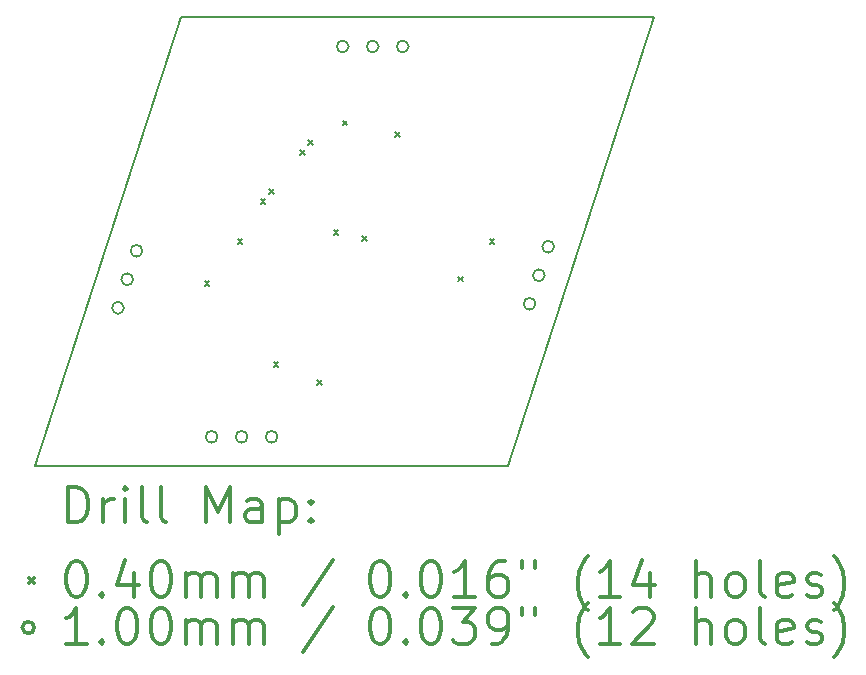
<source format=gbr>
%FSLAX45Y45*%
G04 Gerber Fmt 4.5, Leading zero omitted, Abs format (unit mm)*
G04 Created by KiCad (PCBNEW 5.1.9) date 2021-01-29 13:59:09*
%MOMM*%
%LPD*%
G01*
G04 APERTURE LIST*
%TA.AperFunction,Profile*%
%ADD10C,0.200000*%
%TD*%
%ADD11C,0.200000*%
%ADD12C,0.300000*%
G04 APERTURE END LIST*
D10*
X12085162Y-11402826D02*
X16085162Y-11402826D01*
X16085162Y-11402826D02*
X17321230Y-7598600D01*
X17321230Y-7598600D02*
X13321230Y-7598600D01*
X13321230Y-7598600D02*
X12085162Y-11402826D01*
D11*
X13518200Y-9835200D02*
X13558200Y-9875200D01*
X13558200Y-9835200D02*
X13518200Y-9875200D01*
X13797600Y-9479600D02*
X13837600Y-9519600D01*
X13837600Y-9479600D02*
X13797600Y-9519600D01*
X13991676Y-9142817D02*
X14031676Y-9182817D01*
X14031676Y-9142817D02*
X13991676Y-9182817D01*
X14063254Y-9054374D02*
X14103254Y-9094374D01*
X14103254Y-9054374D02*
X14063254Y-9094374D01*
X14102400Y-10521000D02*
X14142400Y-10561000D01*
X14142400Y-10521000D02*
X14102400Y-10561000D01*
X14327977Y-8727277D02*
X14367977Y-8767277D01*
X14367977Y-8727277D02*
X14327977Y-8767277D01*
X14395010Y-8644450D02*
X14435010Y-8684450D01*
X14435010Y-8644450D02*
X14395010Y-8684450D01*
X14470700Y-10673400D02*
X14510700Y-10713400D01*
X14510700Y-10673400D02*
X14470700Y-10713400D01*
X14610400Y-9403400D02*
X14650400Y-9443400D01*
X14650400Y-9403400D02*
X14610400Y-9443400D01*
X14686600Y-8476300D02*
X14726600Y-8516300D01*
X14726600Y-8476300D02*
X14686600Y-8516300D01*
X14851700Y-9454200D02*
X14891700Y-9494200D01*
X14891700Y-9454200D02*
X14851700Y-9494200D01*
X15130373Y-8576087D02*
X15170373Y-8616087D01*
X15170373Y-8576087D02*
X15130373Y-8616087D01*
X15664500Y-9797100D02*
X15704500Y-9837100D01*
X15704500Y-9797100D02*
X15664500Y-9837100D01*
X15931200Y-9479600D02*
X15971200Y-9519600D01*
X15971200Y-9479600D02*
X15931200Y-9519600D01*
X12833979Y-10061104D02*
G75*
G03*
X12833979Y-10061104I-50000J0D01*
G01*
X12912470Y-9819536D02*
G75*
G03*
X12912470Y-9819536I-50000J0D01*
G01*
X12990960Y-9577967D02*
G75*
G03*
X12990960Y-9577967I-50000J0D01*
G01*
X13627162Y-11152826D02*
G75*
G03*
X13627162Y-11152826I-50000J0D01*
G01*
X13881162Y-11152826D02*
G75*
G03*
X13881162Y-11152826I-50000J0D01*
G01*
X14135162Y-11152826D02*
G75*
G03*
X14135162Y-11152826I-50000J0D01*
G01*
X14736363Y-7848668D02*
G75*
G03*
X14736363Y-7848668I-50000J0D01*
G01*
X14990363Y-7848668D02*
G75*
G03*
X14990363Y-7848668I-50000J0D01*
G01*
X15244363Y-7848668D02*
G75*
G03*
X15244363Y-7848668I-50000J0D01*
G01*
X16319183Y-10027232D02*
G75*
G03*
X16319183Y-10027232I-50000J0D01*
G01*
X16397673Y-9785664D02*
G75*
G03*
X16397673Y-9785664I-50000J0D01*
G01*
X16476163Y-9544095D02*
G75*
G03*
X16476163Y-9544095I-50000J0D01*
G01*
D12*
X12361590Y-11878540D02*
X12361590Y-11578540D01*
X12433019Y-11578540D01*
X12475876Y-11592826D01*
X12504448Y-11621397D01*
X12518733Y-11649969D01*
X12533019Y-11707112D01*
X12533019Y-11749969D01*
X12518733Y-11807112D01*
X12504448Y-11835683D01*
X12475876Y-11864255D01*
X12433019Y-11878540D01*
X12361590Y-11878540D01*
X12661590Y-11878540D02*
X12661590Y-11678540D01*
X12661590Y-11735683D02*
X12675876Y-11707112D01*
X12690162Y-11692826D01*
X12718733Y-11678540D01*
X12747305Y-11678540D01*
X12847305Y-11878540D02*
X12847305Y-11678540D01*
X12847305Y-11578540D02*
X12833019Y-11592826D01*
X12847305Y-11607112D01*
X12861590Y-11592826D01*
X12847305Y-11578540D01*
X12847305Y-11607112D01*
X13033019Y-11878540D02*
X13004448Y-11864255D01*
X12990162Y-11835683D01*
X12990162Y-11578540D01*
X13190162Y-11878540D02*
X13161590Y-11864255D01*
X13147305Y-11835683D01*
X13147305Y-11578540D01*
X13533019Y-11878540D02*
X13533019Y-11578540D01*
X13633019Y-11792826D01*
X13733019Y-11578540D01*
X13733019Y-11878540D01*
X14004448Y-11878540D02*
X14004448Y-11721397D01*
X13990162Y-11692826D01*
X13961590Y-11678540D01*
X13904448Y-11678540D01*
X13875876Y-11692826D01*
X14004448Y-11864255D02*
X13975876Y-11878540D01*
X13904448Y-11878540D01*
X13875876Y-11864255D01*
X13861590Y-11835683D01*
X13861590Y-11807112D01*
X13875876Y-11778540D01*
X13904448Y-11764255D01*
X13975876Y-11764255D01*
X14004448Y-11749969D01*
X14147305Y-11678540D02*
X14147305Y-11978540D01*
X14147305Y-11692826D02*
X14175876Y-11678540D01*
X14233019Y-11678540D01*
X14261590Y-11692826D01*
X14275876Y-11707112D01*
X14290162Y-11735683D01*
X14290162Y-11821397D01*
X14275876Y-11849969D01*
X14261590Y-11864255D01*
X14233019Y-11878540D01*
X14175876Y-11878540D01*
X14147305Y-11864255D01*
X14418733Y-11849969D02*
X14433019Y-11864255D01*
X14418733Y-11878540D01*
X14404448Y-11864255D01*
X14418733Y-11849969D01*
X14418733Y-11878540D01*
X14418733Y-11692826D02*
X14433019Y-11707112D01*
X14418733Y-11721397D01*
X14404448Y-11707112D01*
X14418733Y-11692826D01*
X14418733Y-11721397D01*
X12035162Y-12352826D02*
X12075162Y-12392826D01*
X12075162Y-12352826D02*
X12035162Y-12392826D01*
X12418733Y-12208540D02*
X12447305Y-12208540D01*
X12475876Y-12222826D01*
X12490162Y-12237112D01*
X12504448Y-12265683D01*
X12518733Y-12322826D01*
X12518733Y-12394255D01*
X12504448Y-12451397D01*
X12490162Y-12479969D01*
X12475876Y-12494255D01*
X12447305Y-12508540D01*
X12418733Y-12508540D01*
X12390162Y-12494255D01*
X12375876Y-12479969D01*
X12361590Y-12451397D01*
X12347305Y-12394255D01*
X12347305Y-12322826D01*
X12361590Y-12265683D01*
X12375876Y-12237112D01*
X12390162Y-12222826D01*
X12418733Y-12208540D01*
X12647305Y-12479969D02*
X12661590Y-12494255D01*
X12647305Y-12508540D01*
X12633019Y-12494255D01*
X12647305Y-12479969D01*
X12647305Y-12508540D01*
X12918733Y-12308540D02*
X12918733Y-12508540D01*
X12847305Y-12194255D02*
X12775876Y-12408540D01*
X12961590Y-12408540D01*
X13133019Y-12208540D02*
X13161590Y-12208540D01*
X13190162Y-12222826D01*
X13204448Y-12237112D01*
X13218733Y-12265683D01*
X13233019Y-12322826D01*
X13233019Y-12394255D01*
X13218733Y-12451397D01*
X13204448Y-12479969D01*
X13190162Y-12494255D01*
X13161590Y-12508540D01*
X13133019Y-12508540D01*
X13104448Y-12494255D01*
X13090162Y-12479969D01*
X13075876Y-12451397D01*
X13061590Y-12394255D01*
X13061590Y-12322826D01*
X13075876Y-12265683D01*
X13090162Y-12237112D01*
X13104448Y-12222826D01*
X13133019Y-12208540D01*
X13361590Y-12508540D02*
X13361590Y-12308540D01*
X13361590Y-12337112D02*
X13375876Y-12322826D01*
X13404448Y-12308540D01*
X13447305Y-12308540D01*
X13475876Y-12322826D01*
X13490162Y-12351397D01*
X13490162Y-12508540D01*
X13490162Y-12351397D02*
X13504448Y-12322826D01*
X13533019Y-12308540D01*
X13575876Y-12308540D01*
X13604448Y-12322826D01*
X13618733Y-12351397D01*
X13618733Y-12508540D01*
X13761590Y-12508540D02*
X13761590Y-12308540D01*
X13761590Y-12337112D02*
X13775876Y-12322826D01*
X13804448Y-12308540D01*
X13847305Y-12308540D01*
X13875876Y-12322826D01*
X13890162Y-12351397D01*
X13890162Y-12508540D01*
X13890162Y-12351397D02*
X13904448Y-12322826D01*
X13933019Y-12308540D01*
X13975876Y-12308540D01*
X14004448Y-12322826D01*
X14018733Y-12351397D01*
X14018733Y-12508540D01*
X14604448Y-12194255D02*
X14347305Y-12579969D01*
X14990162Y-12208540D02*
X15018733Y-12208540D01*
X15047305Y-12222826D01*
X15061590Y-12237112D01*
X15075876Y-12265683D01*
X15090162Y-12322826D01*
X15090162Y-12394255D01*
X15075876Y-12451397D01*
X15061590Y-12479969D01*
X15047305Y-12494255D01*
X15018733Y-12508540D01*
X14990162Y-12508540D01*
X14961590Y-12494255D01*
X14947305Y-12479969D01*
X14933019Y-12451397D01*
X14918733Y-12394255D01*
X14918733Y-12322826D01*
X14933019Y-12265683D01*
X14947305Y-12237112D01*
X14961590Y-12222826D01*
X14990162Y-12208540D01*
X15218733Y-12479969D02*
X15233019Y-12494255D01*
X15218733Y-12508540D01*
X15204448Y-12494255D01*
X15218733Y-12479969D01*
X15218733Y-12508540D01*
X15418733Y-12208540D02*
X15447305Y-12208540D01*
X15475876Y-12222826D01*
X15490162Y-12237112D01*
X15504448Y-12265683D01*
X15518733Y-12322826D01*
X15518733Y-12394255D01*
X15504448Y-12451397D01*
X15490162Y-12479969D01*
X15475876Y-12494255D01*
X15447305Y-12508540D01*
X15418733Y-12508540D01*
X15390162Y-12494255D01*
X15375876Y-12479969D01*
X15361590Y-12451397D01*
X15347305Y-12394255D01*
X15347305Y-12322826D01*
X15361590Y-12265683D01*
X15375876Y-12237112D01*
X15390162Y-12222826D01*
X15418733Y-12208540D01*
X15804448Y-12508540D02*
X15633019Y-12508540D01*
X15718733Y-12508540D02*
X15718733Y-12208540D01*
X15690162Y-12251397D01*
X15661590Y-12279969D01*
X15633019Y-12294255D01*
X16061590Y-12208540D02*
X16004448Y-12208540D01*
X15975876Y-12222826D01*
X15961590Y-12237112D01*
X15933019Y-12279969D01*
X15918733Y-12337112D01*
X15918733Y-12451397D01*
X15933019Y-12479969D01*
X15947305Y-12494255D01*
X15975876Y-12508540D01*
X16033019Y-12508540D01*
X16061590Y-12494255D01*
X16075876Y-12479969D01*
X16090162Y-12451397D01*
X16090162Y-12379969D01*
X16075876Y-12351397D01*
X16061590Y-12337112D01*
X16033019Y-12322826D01*
X15975876Y-12322826D01*
X15947305Y-12337112D01*
X15933019Y-12351397D01*
X15918733Y-12379969D01*
X16204448Y-12208540D02*
X16204448Y-12265683D01*
X16318733Y-12208540D02*
X16318733Y-12265683D01*
X16761590Y-12622826D02*
X16747305Y-12608540D01*
X16718733Y-12565683D01*
X16704448Y-12537112D01*
X16690162Y-12494255D01*
X16675876Y-12422826D01*
X16675876Y-12365683D01*
X16690162Y-12294255D01*
X16704448Y-12251397D01*
X16718733Y-12222826D01*
X16747305Y-12179969D01*
X16761590Y-12165683D01*
X17033019Y-12508540D02*
X16861590Y-12508540D01*
X16947305Y-12508540D02*
X16947305Y-12208540D01*
X16918733Y-12251397D01*
X16890162Y-12279969D01*
X16861590Y-12294255D01*
X17290162Y-12308540D02*
X17290162Y-12508540D01*
X17218733Y-12194255D02*
X17147305Y-12408540D01*
X17333019Y-12408540D01*
X17675876Y-12508540D02*
X17675876Y-12208540D01*
X17804448Y-12508540D02*
X17804448Y-12351397D01*
X17790162Y-12322826D01*
X17761590Y-12308540D01*
X17718733Y-12308540D01*
X17690162Y-12322826D01*
X17675876Y-12337112D01*
X17990162Y-12508540D02*
X17961590Y-12494255D01*
X17947305Y-12479969D01*
X17933019Y-12451397D01*
X17933019Y-12365683D01*
X17947305Y-12337112D01*
X17961590Y-12322826D01*
X17990162Y-12308540D01*
X18033019Y-12308540D01*
X18061590Y-12322826D01*
X18075876Y-12337112D01*
X18090162Y-12365683D01*
X18090162Y-12451397D01*
X18075876Y-12479969D01*
X18061590Y-12494255D01*
X18033019Y-12508540D01*
X17990162Y-12508540D01*
X18261590Y-12508540D02*
X18233019Y-12494255D01*
X18218733Y-12465683D01*
X18218733Y-12208540D01*
X18490162Y-12494255D02*
X18461590Y-12508540D01*
X18404448Y-12508540D01*
X18375876Y-12494255D01*
X18361590Y-12465683D01*
X18361590Y-12351397D01*
X18375876Y-12322826D01*
X18404448Y-12308540D01*
X18461590Y-12308540D01*
X18490162Y-12322826D01*
X18504448Y-12351397D01*
X18504448Y-12379969D01*
X18361590Y-12408540D01*
X18618733Y-12494255D02*
X18647305Y-12508540D01*
X18704448Y-12508540D01*
X18733019Y-12494255D01*
X18747305Y-12465683D01*
X18747305Y-12451397D01*
X18733019Y-12422826D01*
X18704448Y-12408540D01*
X18661590Y-12408540D01*
X18633019Y-12394255D01*
X18618733Y-12365683D01*
X18618733Y-12351397D01*
X18633019Y-12322826D01*
X18661590Y-12308540D01*
X18704448Y-12308540D01*
X18733019Y-12322826D01*
X18847305Y-12622826D02*
X18861590Y-12608540D01*
X18890162Y-12565683D01*
X18904448Y-12537112D01*
X18918733Y-12494255D01*
X18933019Y-12422826D01*
X18933019Y-12365683D01*
X18918733Y-12294255D01*
X18904448Y-12251397D01*
X18890162Y-12222826D01*
X18861590Y-12179969D01*
X18847305Y-12165683D01*
X12075162Y-12768826D02*
G75*
G03*
X12075162Y-12768826I-50000J0D01*
G01*
X12518733Y-12904540D02*
X12347305Y-12904540D01*
X12433019Y-12904540D02*
X12433019Y-12604540D01*
X12404448Y-12647397D01*
X12375876Y-12675969D01*
X12347305Y-12690255D01*
X12647305Y-12875969D02*
X12661590Y-12890255D01*
X12647305Y-12904540D01*
X12633019Y-12890255D01*
X12647305Y-12875969D01*
X12647305Y-12904540D01*
X12847305Y-12604540D02*
X12875876Y-12604540D01*
X12904448Y-12618826D01*
X12918733Y-12633112D01*
X12933019Y-12661683D01*
X12947305Y-12718826D01*
X12947305Y-12790255D01*
X12933019Y-12847397D01*
X12918733Y-12875969D01*
X12904448Y-12890255D01*
X12875876Y-12904540D01*
X12847305Y-12904540D01*
X12818733Y-12890255D01*
X12804448Y-12875969D01*
X12790162Y-12847397D01*
X12775876Y-12790255D01*
X12775876Y-12718826D01*
X12790162Y-12661683D01*
X12804448Y-12633112D01*
X12818733Y-12618826D01*
X12847305Y-12604540D01*
X13133019Y-12604540D02*
X13161590Y-12604540D01*
X13190162Y-12618826D01*
X13204448Y-12633112D01*
X13218733Y-12661683D01*
X13233019Y-12718826D01*
X13233019Y-12790255D01*
X13218733Y-12847397D01*
X13204448Y-12875969D01*
X13190162Y-12890255D01*
X13161590Y-12904540D01*
X13133019Y-12904540D01*
X13104448Y-12890255D01*
X13090162Y-12875969D01*
X13075876Y-12847397D01*
X13061590Y-12790255D01*
X13061590Y-12718826D01*
X13075876Y-12661683D01*
X13090162Y-12633112D01*
X13104448Y-12618826D01*
X13133019Y-12604540D01*
X13361590Y-12904540D02*
X13361590Y-12704540D01*
X13361590Y-12733112D02*
X13375876Y-12718826D01*
X13404448Y-12704540D01*
X13447305Y-12704540D01*
X13475876Y-12718826D01*
X13490162Y-12747397D01*
X13490162Y-12904540D01*
X13490162Y-12747397D02*
X13504448Y-12718826D01*
X13533019Y-12704540D01*
X13575876Y-12704540D01*
X13604448Y-12718826D01*
X13618733Y-12747397D01*
X13618733Y-12904540D01*
X13761590Y-12904540D02*
X13761590Y-12704540D01*
X13761590Y-12733112D02*
X13775876Y-12718826D01*
X13804448Y-12704540D01*
X13847305Y-12704540D01*
X13875876Y-12718826D01*
X13890162Y-12747397D01*
X13890162Y-12904540D01*
X13890162Y-12747397D02*
X13904448Y-12718826D01*
X13933019Y-12704540D01*
X13975876Y-12704540D01*
X14004448Y-12718826D01*
X14018733Y-12747397D01*
X14018733Y-12904540D01*
X14604448Y-12590255D02*
X14347305Y-12975969D01*
X14990162Y-12604540D02*
X15018733Y-12604540D01*
X15047305Y-12618826D01*
X15061590Y-12633112D01*
X15075876Y-12661683D01*
X15090162Y-12718826D01*
X15090162Y-12790255D01*
X15075876Y-12847397D01*
X15061590Y-12875969D01*
X15047305Y-12890255D01*
X15018733Y-12904540D01*
X14990162Y-12904540D01*
X14961590Y-12890255D01*
X14947305Y-12875969D01*
X14933019Y-12847397D01*
X14918733Y-12790255D01*
X14918733Y-12718826D01*
X14933019Y-12661683D01*
X14947305Y-12633112D01*
X14961590Y-12618826D01*
X14990162Y-12604540D01*
X15218733Y-12875969D02*
X15233019Y-12890255D01*
X15218733Y-12904540D01*
X15204448Y-12890255D01*
X15218733Y-12875969D01*
X15218733Y-12904540D01*
X15418733Y-12604540D02*
X15447305Y-12604540D01*
X15475876Y-12618826D01*
X15490162Y-12633112D01*
X15504448Y-12661683D01*
X15518733Y-12718826D01*
X15518733Y-12790255D01*
X15504448Y-12847397D01*
X15490162Y-12875969D01*
X15475876Y-12890255D01*
X15447305Y-12904540D01*
X15418733Y-12904540D01*
X15390162Y-12890255D01*
X15375876Y-12875969D01*
X15361590Y-12847397D01*
X15347305Y-12790255D01*
X15347305Y-12718826D01*
X15361590Y-12661683D01*
X15375876Y-12633112D01*
X15390162Y-12618826D01*
X15418733Y-12604540D01*
X15618733Y-12604540D02*
X15804448Y-12604540D01*
X15704448Y-12718826D01*
X15747305Y-12718826D01*
X15775876Y-12733112D01*
X15790162Y-12747397D01*
X15804448Y-12775969D01*
X15804448Y-12847397D01*
X15790162Y-12875969D01*
X15775876Y-12890255D01*
X15747305Y-12904540D01*
X15661590Y-12904540D01*
X15633019Y-12890255D01*
X15618733Y-12875969D01*
X15947305Y-12904540D02*
X16004448Y-12904540D01*
X16033019Y-12890255D01*
X16047305Y-12875969D01*
X16075876Y-12833112D01*
X16090162Y-12775969D01*
X16090162Y-12661683D01*
X16075876Y-12633112D01*
X16061590Y-12618826D01*
X16033019Y-12604540D01*
X15975876Y-12604540D01*
X15947305Y-12618826D01*
X15933019Y-12633112D01*
X15918733Y-12661683D01*
X15918733Y-12733112D01*
X15933019Y-12761683D01*
X15947305Y-12775969D01*
X15975876Y-12790255D01*
X16033019Y-12790255D01*
X16061590Y-12775969D01*
X16075876Y-12761683D01*
X16090162Y-12733112D01*
X16204448Y-12604540D02*
X16204448Y-12661683D01*
X16318733Y-12604540D02*
X16318733Y-12661683D01*
X16761590Y-13018826D02*
X16747305Y-13004540D01*
X16718733Y-12961683D01*
X16704448Y-12933112D01*
X16690162Y-12890255D01*
X16675876Y-12818826D01*
X16675876Y-12761683D01*
X16690162Y-12690255D01*
X16704448Y-12647397D01*
X16718733Y-12618826D01*
X16747305Y-12575969D01*
X16761590Y-12561683D01*
X17033019Y-12904540D02*
X16861590Y-12904540D01*
X16947305Y-12904540D02*
X16947305Y-12604540D01*
X16918733Y-12647397D01*
X16890162Y-12675969D01*
X16861590Y-12690255D01*
X17147305Y-12633112D02*
X17161590Y-12618826D01*
X17190162Y-12604540D01*
X17261590Y-12604540D01*
X17290162Y-12618826D01*
X17304448Y-12633112D01*
X17318733Y-12661683D01*
X17318733Y-12690255D01*
X17304448Y-12733112D01*
X17133019Y-12904540D01*
X17318733Y-12904540D01*
X17675876Y-12904540D02*
X17675876Y-12604540D01*
X17804448Y-12904540D02*
X17804448Y-12747397D01*
X17790162Y-12718826D01*
X17761590Y-12704540D01*
X17718733Y-12704540D01*
X17690162Y-12718826D01*
X17675876Y-12733112D01*
X17990162Y-12904540D02*
X17961590Y-12890255D01*
X17947305Y-12875969D01*
X17933019Y-12847397D01*
X17933019Y-12761683D01*
X17947305Y-12733112D01*
X17961590Y-12718826D01*
X17990162Y-12704540D01*
X18033019Y-12704540D01*
X18061590Y-12718826D01*
X18075876Y-12733112D01*
X18090162Y-12761683D01*
X18090162Y-12847397D01*
X18075876Y-12875969D01*
X18061590Y-12890255D01*
X18033019Y-12904540D01*
X17990162Y-12904540D01*
X18261590Y-12904540D02*
X18233019Y-12890255D01*
X18218733Y-12861683D01*
X18218733Y-12604540D01*
X18490162Y-12890255D02*
X18461590Y-12904540D01*
X18404448Y-12904540D01*
X18375876Y-12890255D01*
X18361590Y-12861683D01*
X18361590Y-12747397D01*
X18375876Y-12718826D01*
X18404448Y-12704540D01*
X18461590Y-12704540D01*
X18490162Y-12718826D01*
X18504448Y-12747397D01*
X18504448Y-12775969D01*
X18361590Y-12804540D01*
X18618733Y-12890255D02*
X18647305Y-12904540D01*
X18704448Y-12904540D01*
X18733019Y-12890255D01*
X18747305Y-12861683D01*
X18747305Y-12847397D01*
X18733019Y-12818826D01*
X18704448Y-12804540D01*
X18661590Y-12804540D01*
X18633019Y-12790255D01*
X18618733Y-12761683D01*
X18618733Y-12747397D01*
X18633019Y-12718826D01*
X18661590Y-12704540D01*
X18704448Y-12704540D01*
X18733019Y-12718826D01*
X18847305Y-13018826D02*
X18861590Y-13004540D01*
X18890162Y-12961683D01*
X18904448Y-12933112D01*
X18918733Y-12890255D01*
X18933019Y-12818826D01*
X18933019Y-12761683D01*
X18918733Y-12690255D01*
X18904448Y-12647397D01*
X18890162Y-12618826D01*
X18861590Y-12575969D01*
X18847305Y-12561683D01*
M02*

</source>
